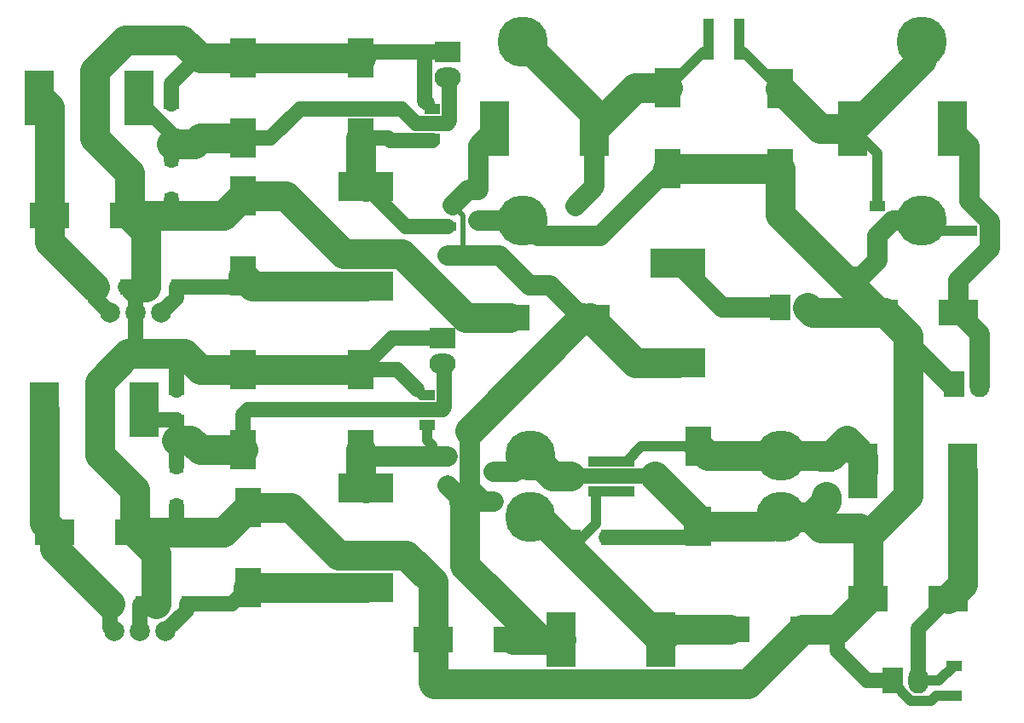
<source format=gbr>
G04 #@! TF.GenerationSoftware,KiCad,Pcbnew,5.0.2-bee76a0~70~ubuntu18.04.1*
G04 #@! TF.CreationDate,2020-04-04T11:55:18+02:00*
G04 #@! TF.ProjectId,test_box,74657374-5f62-46f7-982e-6b696361645f,rev?*
G04 #@! TF.SameCoordinates,PX734d940PY9157080*
G04 #@! TF.FileFunction,Copper,L1,Top*
G04 #@! TF.FilePolarity,Positive*
%FSLAX46Y46*%
G04 Gerber Fmt 4.6, Leading zero omitted, Abs format (unit mm)*
G04 Created by KiCad (PCBNEW 5.0.2-bee76a0~70~ubuntu18.04.1) date lör  4 apr 2020 11:55:18*
%MOMM*%
%LPD*%
G01*
G04 APERTURE LIST*
G04 #@! TA.AperFunction,SMDPad,CuDef*
%ADD10R,4.000000X2.500000*%
G04 #@! TD*
G04 #@! TA.AperFunction,SMDPad,CuDef*
%ADD11R,2.500000X4.000000*%
G04 #@! TD*
G04 #@! TA.AperFunction,SMDPad,CuDef*
%ADD12R,1.600000X1.000000*%
G04 #@! TD*
G04 #@! TA.AperFunction,SMDPad,CuDef*
%ADD13R,1.000000X1.600000*%
G04 #@! TD*
G04 #@! TA.AperFunction,SMDPad,CuDef*
%ADD14R,1.470000X1.270000*%
G04 #@! TD*
G04 #@! TA.AperFunction,SMDPad,CuDef*
%ADD15R,1.700000X0.900000*%
G04 #@! TD*
G04 #@! TA.AperFunction,SMDPad,CuDef*
%ADD16R,5.400040X2.900680*%
G04 #@! TD*
G04 #@! TA.AperFunction,SMDPad,CuDef*
%ADD17R,2.900680X5.400040*%
G04 #@! TD*
G04 #@! TA.AperFunction,BGAPad,CuDef*
%ADD18C,5.000000*%
G04 #@! TD*
G04 #@! TA.AperFunction,BGAPad,CuDef*
%ADD19C,2.000000*%
G04 #@! TD*
G04 #@! TA.AperFunction,ComponentPad*
%ADD20C,5.000000*%
G04 #@! TD*
G04 #@! TA.AperFunction,ComponentPad*
%ADD21O,2.000000X2.600000*%
G04 #@! TD*
G04 #@! TA.AperFunction,ComponentPad*
%ADD22R,2.000000X2.600000*%
G04 #@! TD*
G04 #@! TA.AperFunction,ComponentPad*
%ADD23O,2.600000X2.000000*%
G04 #@! TD*
G04 #@! TA.AperFunction,ComponentPad*
%ADD24R,2.600000X2.000000*%
G04 #@! TD*
G04 #@! TA.AperFunction,Conductor*
%ADD25C,2.000000*%
G04 #@! TD*
G04 #@! TA.AperFunction,Conductor*
%ADD26C,3.000000*%
G04 #@! TD*
G04 #@! TA.AperFunction,Conductor*
%ADD27C,0.500000*%
G04 #@! TD*
G04 #@! TA.AperFunction,Conductor*
%ADD28C,1.500000*%
G04 #@! TD*
G04 #@! TA.AperFunction,Conductor*
%ADD29C,1.000000*%
G04 #@! TD*
G04 APERTURE END LIST*
D10*
G04 #@! TO.P,C1,1*
G04 #@! TO.N,Net-(C1-Pad1)*
X48704000Y7112000D03*
G04 #@! TO.P,C1,2*
G04 #@! TO.N,GND*
X40704000Y7112000D03*
G04 #@! TD*
D11*
G04 #@! TO.P,C2,2*
G04 #@! TO.N,GND*
X33528000Y64960000D03*
G04 #@! TO.P,C2,1*
G04 #@! TO.N,Net-(C2-Pad1)*
X33528000Y56960000D03*
G04 #@! TD*
G04 #@! TO.P,C3,1*
G04 #@! TO.N,Net-(C3-Pad1)*
X33528000Y25972000D03*
G04 #@! TO.P,C3,2*
G04 #@! TO.N,GND*
X33528000Y33972000D03*
G04 #@! TD*
D10*
G04 #@! TO.P,C4,2*
G04 #@! TO.N,GND*
X48324000Y39116000D03*
G04 #@! TO.P,C4,1*
G04 #@! TO.N,Net-(C1-Pad1)*
X56324000Y39116000D03*
G04 #@! TD*
D12*
G04 #@! TO.P,C5,1*
G04 #@! TO.N,Net-(C1-Pad1)*
X46736000Y20828000D03*
G04 #@! TO.P,C5,2*
G04 #@! TO.N,GND*
X46736000Y23828000D03*
G04 #@! TD*
G04 #@! TO.P,C6,1*
G04 #@! TO.N,Net-(C2-Pad1)*
X40640000Y56920000D03*
G04 #@! TO.P,C6,2*
G04 #@! TO.N,GND*
X40640000Y59920000D03*
G04 #@! TD*
G04 #@! TO.P,C7,2*
G04 #@! TO.N,GND*
X40132000Y31472000D03*
G04 #@! TO.P,C7,1*
G04 #@! TO.N,Net-(C3-Pad1)*
X40132000Y28472000D03*
G04 #@! TD*
G04 #@! TO.P,C8,1*
G04 #@! TO.N,Net-(C1-Pad1)*
X45212000Y51816000D03*
G04 #@! TO.P,C8,2*
G04 #@! TO.N,GND*
X45212000Y48816000D03*
G04 #@! TD*
D10*
G04 #@! TO.P,C9,1*
G04 #@! TO.N,Net-(C13-Pad1)*
X70168000Y8128000D03*
G04 #@! TO.P,C9,2*
G04 #@! TO.N,GND*
X78168000Y8128000D03*
G04 #@! TD*
D11*
G04 #@! TO.P,C10,2*
G04 #@! TO.N,GND*
X21844000Y51244000D03*
G04 #@! TO.P,C10,1*
G04 #@! TO.N,Net-(C10-Pad1)*
X21844000Y43244000D03*
G04 #@! TD*
G04 #@! TO.P,C11,2*
G04 #@! TO.N,GND*
X22352000Y20256000D03*
G04 #@! TO.P,C11,1*
G04 #@! TO.N,Net-(C11-Pad1)*
X22352000Y12256000D03*
G04 #@! TD*
G04 #@! TO.P,C12,2*
G04 #@! TO.N,GND*
X64008000Y53975500D03*
G04 #@! TO.P,C12,1*
G04 #@! TO.N,Net-(C12-Pad1)*
X64008000Y61975500D03*
G04 #@! TD*
D13*
G04 #@! TO.P,C13,2*
G04 #@! TO.N,GND*
X57888000Y17272000D03*
G04 #@! TO.P,C13,1*
G04 #@! TO.N,Net-(C13-Pad1)*
X54888000Y17272000D03*
G04 #@! TD*
G04 #@! TO.P,C14,1*
G04 #@! TO.N,Net-(C10-Pad1)*
X15216000Y42164000D03*
G04 #@! TO.P,C14,2*
G04 #@! TO.N,GND*
X12216000Y42164000D03*
G04 #@! TD*
G04 #@! TO.P,C15,1*
G04 #@! TO.N,Net-(C11-Pad1)*
X16232000Y10668000D03*
G04 #@! TO.P,C15,2*
G04 #@! TO.N,GND*
X13232000Y10668000D03*
G04 #@! TD*
D12*
G04 #@! TO.P,C16,1*
G04 #@! TO.N,Net-(C12-Pad1)*
X54864000Y50268000D03*
G04 #@! TO.P,C16,2*
G04 #@! TO.N,GND*
X54864000Y47268000D03*
G04 #@! TD*
G04 #@! TO.P,C17,2*
G04 #@! TO.N,Net-(C13-Pad1)*
X56896000Y21868000D03*
G04 #@! TO.P,C17,1*
G04 #@! TO.N,Net-(C17-Pad1)*
X56896000Y24868000D03*
G04 #@! TD*
G04 #@! TO.P,C18,2*
G04 #@! TO.N,Net-(C13-Pad1)*
X59944000Y21868000D03*
G04 #@! TO.P,C18,1*
G04 #@! TO.N,Net-(C17-Pad1)*
X59944000Y24868000D03*
G04 #@! TD*
D13*
G04 #@! TO.P,C19,2*
G04 #@! TO.N,Net-(C12-Pad1)*
X68096000Y68072000D03*
G04 #@! TO.P,C19,1*
G04 #@! TO.N,Net-(C19-Pad1)*
X71096000Y68072000D03*
G04 #@! TD*
G04 #@! TO.P,C20,1*
G04 #@! TO.N,Net-(C19-Pad1)*
X71096000Y65532000D03*
G04 #@! TO.P,C20,2*
G04 #@! TO.N,Net-(C12-Pad1)*
X68096000Y65532000D03*
G04 #@! TD*
D12*
G04 #@! TO.P,C21,1*
G04 #@! TO.N,Net-(C17-Pad1)*
X79756000Y24360000D03*
G04 #@! TO.P,C21,2*
G04 #@! TO.N,GND*
X79756000Y21360000D03*
G04 #@! TD*
D13*
G04 #@! TO.P,C22,1*
G04 #@! TO.N,Net-(C22-Pad1)*
X7136000Y42164000D03*
G04 #@! TO.P,C22,2*
G04 #@! TO.N,GND*
X10136000Y42164000D03*
G04 #@! TD*
G04 #@! TO.P,C23,2*
G04 #@! TO.N,GND*
X11660000Y10668000D03*
G04 #@! TO.P,C23,1*
G04 #@! TO.N,Net-(C23-Pad1)*
X8660000Y10668000D03*
G04 #@! TD*
D12*
G04 #@! TO.P,C24,2*
G04 #@! TO.N,GND*
X84836000Y47268000D03*
G04 #@! TO.P,C24,1*
G04 #@! TO.N,Net-(C19-Pad1)*
X84836000Y50268000D03*
G04 #@! TD*
D11*
G04 #@! TO.P,C25,2*
G04 #@! TO.N,GND*
X67056000Y18352000D03*
G04 #@! TO.P,C25,1*
G04 #@! TO.N,Net-(C17-Pad1)*
X67056000Y26352000D03*
G04 #@! TD*
D10*
G04 #@! TO.P,C26,1*
G04 #@! TO.N,Net-(C22-Pad1)*
X2604000Y49276000D03*
G04 #@! TO.P,C26,2*
G04 #@! TO.N,GND*
X10604000Y49276000D03*
G04 #@! TD*
G04 #@! TO.P,C27,1*
G04 #@! TO.N,Net-(C23-Pad1)*
X3112000Y17780000D03*
G04 #@! TO.P,C27,2*
G04 #@! TO.N,GND*
X11112000Y17780000D03*
G04 #@! TD*
D11*
G04 #@! TO.P,C28,2*
G04 #@! TO.N,GND*
X75184000Y53912000D03*
G04 #@! TO.P,C28,1*
G04 #@! TO.N,Net-(C19-Pad1)*
X75184000Y61912000D03*
G04 #@! TD*
D12*
G04 #@! TO.P,C29,2*
G04 #@! TO.N,GND*
X92456000Y1548000D03*
G04 #@! TO.P,C29,1*
G04 #@! TO.N,Net-(C29-Pad1)*
X92456000Y4548000D03*
G04 #@! TD*
G04 #@! TO.P,C30,2*
G04 #@! TO.N,GND*
X14732000Y60428000D03*
G04 #@! TO.P,C30,1*
G04 #@! TO.N,Net-(C30-Pad1)*
X14732000Y57428000D03*
G04 #@! TD*
G04 #@! TO.P,C31,1*
G04 #@! TO.N,Net-(C31-Pad1)*
X15240000Y28980000D03*
G04 #@! TO.P,C31,2*
G04 #@! TO.N,GND*
X15240000Y31980000D03*
G04 #@! TD*
G04 #@! TO.P,C32,2*
G04 #@! TO.N,GND*
X93980000Y47776000D03*
G04 #@! TO.P,C32,1*
G04 #@! TO.N,Net-(C32-Pad1)*
X93980000Y50776000D03*
G04 #@! TD*
D10*
G04 #@! TO.P,C33,2*
G04 #@! TO.N,GND*
X83884000Y11176000D03*
G04 #@! TO.P,C33,1*
G04 #@! TO.N,Net-(C29-Pad1)*
X91884000Y11176000D03*
G04 #@! TD*
D11*
G04 #@! TO.P,C34,1*
G04 #@! TO.N,Net-(C30-Pad1)*
X21844000Y56960000D03*
G04 #@! TO.P,C34,2*
G04 #@! TO.N,GND*
X21844000Y64960000D03*
G04 #@! TD*
G04 #@! TO.P,C35,2*
G04 #@! TO.N,GND*
X21844000Y33972000D03*
G04 #@! TO.P,C35,1*
G04 #@! TO.N,Net-(C31-Pad1)*
X21844000Y25972000D03*
G04 #@! TD*
D10*
G04 #@! TO.P,C36,1*
G04 #@! TO.N,Net-(C32-Pad1)*
X92900000Y39624000D03*
G04 #@! TO.P,C36,2*
G04 #@! TO.N,GND*
X84900000Y39624000D03*
G04 #@! TD*
D14*
G04 #@! TO.P,D1,1*
G04 #@! TO.N,GND*
X14732000Y50897000D03*
G04 #@! TO.P,D1,2*
G04 #@! TO.N,Net-(C30-Pad1)*
X14732000Y54767000D03*
G04 #@! TD*
G04 #@! TO.P,D2,2*
G04 #@! TO.N,Net-(C31-Pad1)*
X15240000Y24287000D03*
G04 #@! TO.P,D2,1*
G04 #@! TO.N,GND*
X15240000Y20417000D03*
G04 #@! TD*
D15*
G04 #@! TO.P,F1,2*
G04 #@! TO.N,Net-(C1-Pad1)*
X42164000Y45286000D03*
G04 #@! TO.P,F1,1*
G04 #@! TO.N,Net-(C2-Pad1)*
X42164000Y48186000D03*
G04 #@! TD*
G04 #@! TO.P,F2,1*
G04 #@! TO.N,Net-(C3-Pad1)*
X42164000Y25326000D03*
G04 #@! TO.P,F2,2*
G04 #@! TO.N,Net-(C1-Pad1)*
X42164000Y22426000D03*
G04 #@! TD*
D16*
G04 #@! TO.P,L1,1*
G04 #@! TO.N,Net-(C1-Pad1)*
X65024000Y34673540D03*
G04 #@! TO.P,L1,2*
G04 #@! TO.N,Net-(J1-Pad1)*
X65024000Y44574460D03*
G04 #@! TD*
D17*
G04 #@! TO.P,L2,1*
G04 #@! TO.N,Net-(C13-Pad1)*
X63370460Y7112000D03*
G04 #@! TO.P,L2,2*
G04 #@! TO.N,Net-(C1-Pad1)*
X53469540Y7112000D03*
G04 #@! TD*
D16*
G04 #@! TO.P,L3,2*
G04 #@! TO.N,Net-(C2-Pad1)*
X34036000Y52194460D03*
G04 #@! TO.P,L3,1*
G04 #@! TO.N,Net-(C10-Pad1)*
X34036000Y42293540D03*
G04 #@! TD*
G04 #@! TO.P,L4,2*
G04 #@! TO.N,Net-(C3-Pad1)*
X34036000Y22222460D03*
G04 #@! TO.P,L4,1*
G04 #@! TO.N,Net-(C11-Pad1)*
X34036000Y12321540D03*
G04 #@! TD*
D17*
G04 #@! TO.P,L5,1*
G04 #@! TO.N,Net-(C12-Pad1)*
X56766460Y57912000D03*
G04 #@! TO.P,L5,2*
G04 #@! TO.N,Net-(C1-Pad1)*
X46865540Y57912000D03*
G04 #@! TD*
G04 #@! TO.P,L6,2*
G04 #@! TO.N,Net-(C17-Pad1)*
X83441540Y23876000D03*
G04 #@! TO.P,L6,1*
G04 #@! TO.N,Net-(C29-Pad1)*
X93342460Y23876000D03*
G04 #@! TD*
G04 #@! TO.P,L7,1*
G04 #@! TO.N,Net-(C30-Pad1)*
X11554460Y60960000D03*
G04 #@! TO.P,L7,2*
G04 #@! TO.N,Net-(C22-Pad1)*
X1653540Y60960000D03*
G04 #@! TD*
G04 #@! TO.P,L8,1*
G04 #@! TO.N,Net-(C31-Pad1)*
X12062460Y29972000D03*
G04 #@! TO.P,L8,2*
G04 #@! TO.N,Net-(C23-Pad1)*
X2161540Y29972000D03*
G04 #@! TD*
G04 #@! TO.P,L9,2*
G04 #@! TO.N,Net-(C19-Pad1)*
X82425540Y57912000D03*
G04 #@! TO.P,L9,1*
G04 #@! TO.N,Net-(C32-Pad1)*
X92326460Y57912000D03*
G04 #@! TD*
D18*
G04 #@! TO.P,U1,1*
G04 #@! TO.N,GND*
X50419000Y25400000D03*
G04 #@! TO.P,U1,2*
G04 #@! TO.N,Net-(C13-Pad1)*
X50419000Y19304000D03*
G04 #@! TO.P,U1,3*
G04 #@! TO.N,GND*
X75311000Y19304000D03*
G04 #@! TO.P,U1,4*
G04 #@! TO.N,Net-(C17-Pad1)*
X75311000Y25400000D03*
G04 #@! TD*
D19*
G04 #@! TO.P,U2,1*
G04 #@! TO.N,Net-(C10-Pad1)*
X13716000Y39624000D03*
G04 #@! TO.P,U2,2*
G04 #@! TO.N,GND*
X11176000Y39624000D03*
G04 #@! TO.P,U2,3*
G04 #@! TO.N,Net-(C22-Pad1)*
X8636000Y39624000D03*
G04 #@! TD*
G04 #@! TO.P,U3,3*
G04 #@! TO.N,Net-(C23-Pad1)*
X9080500Y7937500D03*
G04 #@! TO.P,U3,2*
G04 #@! TO.N,GND*
X11620500Y7937500D03*
G04 #@! TO.P,U3,1*
G04 #@! TO.N,Net-(C11-Pad1)*
X14160500Y7937500D03*
G04 #@! TD*
D20*
G04 #@! TO.P,U4,1*
G04 #@! TO.N,GND*
X49657000Y48768000D03*
G04 #@! TO.P,U4,2*
G04 #@! TO.N,Net-(C12-Pad1)*
X49657000Y66548000D03*
G04 #@! TO.P,U4,3*
G04 #@! TO.N,GND*
X89281000Y48768000D03*
G04 #@! TO.P,U4,4*
G04 #@! TO.N,Net-(C19-Pad1)*
X89281000Y66548000D03*
G04 #@! TD*
D21*
G04 #@! TO.P,J1,2*
G04 #@! TO.N,GND*
X77724000Y40132000D03*
D22*
G04 #@! TO.P,J1,1*
G04 #@! TO.N,Net-(J1-Pad1)*
X75184000Y40132000D03*
G04 #@! TD*
G04 #@! TO.P,J2,1*
G04 #@! TO.N,GND*
X86360000Y3048000D03*
D21*
G04 #@! TO.P,J2,2*
G04 #@! TO.N,Net-(C29-Pad1)*
X88900000Y3048000D03*
G04 #@! TD*
D23*
G04 #@! TO.P,J3,2*
G04 #@! TO.N,Net-(C30-Pad1)*
X42164000Y62992000D03*
D24*
G04 #@! TO.P,J3,1*
G04 #@! TO.N,GND*
X42164000Y65532000D03*
G04 #@! TD*
D21*
G04 #@! TO.P,J4,2*
G04 #@! TO.N,Net-(C32-Pad1)*
X94996000Y32512000D03*
D22*
G04 #@! TO.P,J4,1*
G04 #@! TO.N,GND*
X92456000Y32512000D03*
G04 #@! TD*
D24*
G04 #@! TO.P,J5,1*
G04 #@! TO.N,GND*
X41656000Y37084000D03*
D23*
G04 #@! TO.P,J5,2*
G04 #@! TO.N,Net-(C31-Pad1)*
X41656000Y34544000D03*
G04 #@! TD*
D25*
G04 #@! TO.N,Net-(C1-Pad1)*
X43762000Y20828000D02*
X42164000Y22426000D01*
D26*
X48704000Y7112000D02*
X51308000Y7112000D01*
X51308000Y7112000D02*
X53469540Y7112000D01*
D25*
X44364010Y22183990D02*
X44364010Y27906010D01*
X45720000Y20828000D02*
X44364010Y22183990D01*
X45720000Y20828000D02*
X43762000Y20828000D01*
X46736000Y20828000D02*
X45720000Y20828000D01*
D26*
X60766460Y34673540D02*
X56324000Y39116000D01*
X65024000Y34673540D02*
X60766460Y34673540D01*
X55574000Y39116000D02*
X44364010Y27906010D01*
X43904010Y14515990D02*
X51308000Y7112000D01*
X43904010Y20685990D02*
X43904010Y14515990D01*
X43762000Y20828000D02*
X43904010Y20685990D01*
D25*
X55574000Y39116000D02*
X56324000Y39116000D01*
X50306001Y42366000D02*
X52324000Y42366000D01*
X52324000Y42366000D02*
X55574000Y39116000D01*
X47386001Y45286000D02*
X50306001Y42366000D01*
D27*
X43688000Y45286000D02*
X43688000Y49276000D01*
D25*
X43688000Y45286000D02*
X47386001Y45286000D01*
X42164000Y45286000D02*
X43688000Y45286000D01*
D27*
X43688000Y49276000D02*
X42672000Y50292000D01*
D25*
X44196000Y51816000D02*
X42672000Y50292000D01*
X45212000Y51816000D02*
X44196000Y51816000D01*
X45212000Y56258460D02*
X46865540Y57912000D01*
X45212000Y51816000D02*
X45212000Y56258460D01*
D26*
G04 #@! TO.N,GND*
X33528000Y64960000D02*
X21844000Y64960000D01*
X19876000Y49276000D02*
X21844000Y51244000D01*
X21844000Y33972000D02*
X33528000Y33972000D01*
X19876000Y17780000D02*
X22352000Y20256000D01*
D28*
X13232000Y10668000D02*
X12192000Y10668000D01*
X12216000Y42164000D02*
X10136000Y42164000D01*
X11176000Y41124000D02*
X10136000Y42164000D01*
X11176000Y39624000D02*
X11176000Y41124000D01*
X11620500Y10628500D02*
X11660000Y10668000D01*
X11620500Y7937500D02*
X11620500Y10628500D01*
D26*
X13232000Y15660000D02*
X11112000Y17780000D01*
X13232000Y10668000D02*
X13232000Y15660000D01*
X12216000Y47664000D02*
X10604000Y49276000D01*
X12216000Y42164000D02*
X12216000Y47664000D01*
D28*
X14732000Y50897000D02*
X14732000Y49276000D01*
D26*
X10604000Y49276000D02*
X14732000Y49276000D01*
X14732000Y49276000D02*
X19876000Y49276000D01*
D28*
X14738000Y17780000D02*
X14732000Y17780000D01*
X15240000Y18282000D02*
X14738000Y17780000D01*
X15240000Y20417000D02*
X15240000Y18282000D01*
D26*
X11112000Y17780000D02*
X14732000Y17780000D01*
X14732000Y17780000D02*
X19876000Y17780000D01*
X10604000Y53526000D02*
X7112000Y57018000D01*
X10604000Y49276000D02*
X10604000Y53526000D01*
X7112000Y63727902D02*
X10160000Y66775902D01*
X7112000Y57018000D02*
X7112000Y63727902D01*
X17594000Y64960000D02*
X21844000Y64960000D01*
X15778098Y66775902D02*
X17594000Y64960000D01*
X10160000Y66775902D02*
X15778098Y66775902D01*
X11112000Y22030000D02*
X7620000Y25522000D01*
X11112000Y17780000D02*
X11112000Y22030000D01*
X7620000Y32739902D02*
X10440098Y35560000D01*
X7620000Y25522000D02*
X7620000Y32739902D01*
X17594000Y33972000D02*
X21844000Y33972000D01*
X16006000Y35560000D02*
X17594000Y33972000D01*
D28*
X11176000Y36295902D02*
X10440098Y35560000D01*
X11176000Y39624000D02*
X11176000Y36295902D01*
X15240000Y31980000D02*
X15240000Y35560000D01*
D26*
X10440098Y35560000D02*
X15240000Y35560000D01*
X15240000Y35560000D02*
X16006000Y35560000D01*
D28*
X14732000Y62428000D02*
X17264000Y64960000D01*
X17264000Y64960000D02*
X17594000Y64960000D01*
X14732000Y60428000D02*
X14732000Y62428000D01*
X34100000Y65532000D02*
X33528000Y64960000D01*
D29*
X40640000Y59920000D02*
X40640000Y59944000D01*
X40640000Y59944000D02*
X40132000Y60452000D01*
D28*
X39913990Y65242010D02*
X39624000Y65532000D01*
X39913990Y60670010D02*
X39913990Y65242010D01*
X40132000Y60452000D02*
X39913990Y60670010D01*
X42164000Y65532000D02*
X39624000Y65532000D01*
X39624000Y65532000D02*
X34100000Y65532000D01*
X36640000Y37084000D02*
X33528000Y33972000D01*
X41656000Y37084000D02*
X36640000Y37084000D01*
D29*
X40132000Y31472000D02*
X39648000Y31472000D01*
X39648000Y31472000D02*
X39116000Y32004000D01*
D28*
X37148000Y33972000D02*
X33528000Y33972000D01*
X39116000Y32004000D02*
X37148000Y33972000D01*
D26*
X43973998Y39116000D02*
X48324000Y39116000D01*
X37596448Y45493550D02*
X43973998Y39116000D01*
X31844450Y45493550D02*
X37596448Y45493550D01*
X26094000Y51244000D02*
X31844450Y45493550D01*
X21844000Y51244000D02*
X26094000Y51244000D01*
X40704000Y11362000D02*
X40704000Y7112000D01*
X31336450Y15521550D02*
X38046352Y15521550D01*
X26602000Y20256000D02*
X31336450Y15521550D01*
X40704000Y12863902D02*
X40704000Y11362000D01*
X38046352Y15521550D02*
X40704000Y12863902D01*
X22352000Y20256000D02*
X26602000Y20256000D01*
X74359000Y18352000D02*
X75311000Y19304000D01*
X67056000Y18352000D02*
X74359000Y18352000D01*
X80836000Y8128000D02*
X83884000Y11176000D01*
X78168000Y8128000D02*
X80836000Y8128000D01*
X78392001Y39624000D02*
X77884001Y40132000D01*
X84900000Y39624000D02*
X78392001Y39624000D01*
X75120500Y53975500D02*
X75184000Y53912000D01*
X64008000Y53975500D02*
X75120500Y53975500D01*
X50539002Y25400000D02*
X52571002Y23368000D01*
X50419000Y25400000D02*
X50539002Y25400000D01*
X52571002Y23368000D02*
X54395999Y23368000D01*
X67056000Y19102000D02*
X62790000Y23368000D01*
X67056000Y18352000D02*
X67056000Y19102000D01*
D28*
X54395999Y23368000D02*
X62790000Y23368000D01*
X65976000Y17272000D02*
X67056000Y18352000D01*
X57888000Y17272000D02*
X65976000Y17272000D01*
X80836000Y6072000D02*
X80836000Y8128000D01*
X83860000Y3048000D02*
X80836000Y6072000D01*
X86360000Y3048000D02*
X83860000Y3048000D01*
D26*
X78208000Y19304000D02*
X79248000Y18264000D01*
X75311000Y19304000D02*
X78208000Y19304000D01*
X83884000Y17428000D02*
X83048000Y18264000D01*
X83048000Y18264000D02*
X79248000Y18264000D01*
X83884000Y11176000D02*
X83884000Y17428000D01*
X79756000Y20852000D02*
X78208000Y19304000D01*
X79756000Y21360000D02*
X79756000Y20852000D01*
D29*
X86360000Y2883823D02*
X86360000Y3048000D01*
X90155990Y1047990D02*
X88195833Y1047990D01*
X90656000Y1548000D02*
X90155990Y1047990D01*
X88195833Y1047990D02*
X86360000Y2883823D01*
X92456000Y1548000D02*
X90656000Y1548000D01*
D25*
X48847000Y23828000D02*
X50419000Y25400000D01*
X46736000Y23828000D02*
X48847000Y23828000D01*
D26*
X75184000Y53912000D02*
X75184000Y49340000D01*
D25*
X92012000Y32512000D02*
X84900000Y39624000D01*
X92456000Y32512000D02*
X92012000Y32512000D01*
X86336000Y48768000D02*
X84836000Y47268000D01*
X89281000Y48768000D02*
X86336000Y48768000D01*
X83248000Y43180000D02*
X81344000Y43180000D01*
X84836000Y44768000D02*
X83248000Y43180000D01*
D26*
X75184000Y49340000D02*
X81344000Y43180000D01*
D25*
X84836000Y47268000D02*
X84836000Y44768000D01*
D26*
X81344000Y43180000D02*
X84900000Y39624000D01*
D29*
X90273000Y47776000D02*
X89281000Y48768000D01*
X93980000Y47776000D02*
X90273000Y47776000D01*
D25*
X51157000Y47268000D02*
X49657000Y48768000D01*
X54864000Y47268000D02*
X51157000Y47268000D01*
X49609000Y48816000D02*
X49657000Y48768000D01*
X45212000Y48816000D02*
X49609000Y48816000D01*
X57300500Y47268000D02*
X64008000Y53975500D01*
X54864000Y47268000D02*
X57300500Y47268000D01*
D26*
X85650000Y39624000D02*
X87884000Y37390000D01*
X84900000Y39624000D02*
X85650000Y39624000D01*
X87884000Y21428000D02*
X83884000Y17428000D01*
X87884000Y37390000D02*
X87884000Y21428000D01*
X77418000Y8128000D02*
X78168000Y8128000D01*
X40704000Y2862000D02*
X40854021Y2711979D01*
X72001979Y2711979D02*
X77418000Y8128000D01*
X40854021Y2711979D02*
X72001979Y2711979D01*
X40704000Y7112000D02*
X40704000Y2862000D01*
G04 #@! TO.N,Net-(C2-Pad1)*
X33528000Y52702460D02*
X34036000Y52194460D01*
X33528000Y56960000D02*
X33528000Y52702460D01*
D28*
X38375832Y56769989D02*
X40640000Y56769989D01*
X36468011Y56769989D02*
X38375832Y56769989D01*
X36278000Y56960000D02*
X36468011Y56769989D01*
X33528000Y56960000D02*
X36278000Y56960000D01*
X38044460Y48186000D02*
X34036000Y52194460D01*
X42164000Y48186000D02*
X38044460Y48186000D01*
D26*
G04 #@! TO.N,Net-(C3-Pad1)*
X33528000Y22730460D02*
X34036000Y22222460D01*
X33528000Y25972000D02*
X33528000Y22730460D01*
D25*
X34174000Y25326000D02*
X33528000Y25972000D01*
D29*
X40640000Y26464000D02*
X40640000Y25326000D01*
X40132000Y26972000D02*
X40640000Y26464000D01*
X40132000Y28472000D02*
X40132000Y26972000D01*
D25*
X42164000Y25326000D02*
X40640000Y25326000D01*
X40640000Y25326000D02*
X34174000Y25326000D01*
D26*
G04 #@! TO.N,Net-(C13-Pad1)*
X64386460Y8128000D02*
X63370460Y7112000D01*
X70168000Y8128000D02*
X64386460Y8128000D01*
X50419000Y19304000D02*
X51178460Y19304000D01*
D29*
X56896000Y21868000D02*
X59944000Y21868000D01*
X56896000Y18666460D02*
X54356000Y16126460D01*
D26*
X51178460Y19304000D02*
X54356000Y16126460D01*
D29*
X56896000Y21868000D02*
X56896000Y18666460D01*
D26*
X54356000Y16126460D02*
X63370460Y7112000D01*
G04 #@! TO.N,Net-(C10-Pad1)*
X22794460Y42293540D02*
X21844000Y43244000D01*
X34036000Y42293540D02*
X22794460Y42293540D01*
D28*
X15216000Y41124000D02*
X13716000Y39624000D01*
X15216000Y42164000D02*
X15216000Y41124000D01*
X20764000Y42164000D02*
X21844000Y43244000D01*
X15216000Y42164000D02*
X20764000Y42164000D01*
D26*
G04 #@! TO.N,Net-(C11-Pad1)*
X22417540Y12321540D02*
X22352000Y12256000D01*
X34036000Y12321540D02*
X22417540Y12321540D01*
D28*
X16232000Y10009000D02*
X14160500Y7937500D01*
X16232000Y10668000D02*
X16232000Y10009000D01*
X20764000Y10668000D02*
X22352000Y12256000D01*
X16232000Y10668000D02*
X20764000Y10668000D01*
D26*
G04 #@! TO.N,Net-(C12-Pad1)*
X56766460Y59438540D02*
X49657000Y66548000D01*
X56766460Y57912000D02*
X56766460Y59438540D01*
X60829960Y61975500D02*
X56766460Y57912000D01*
X64008000Y61975500D02*
X60829960Y61975500D01*
D29*
X68096000Y68072000D02*
X68096000Y65532000D01*
X67564500Y65532000D02*
X64008000Y61975500D01*
X68096000Y65532000D02*
X67564500Y65532000D01*
D25*
X56766460Y52170460D02*
X54864000Y50268000D01*
X56766460Y57912000D02*
X56766460Y52170460D01*
D29*
G04 #@! TO.N,Net-(C17-Pad1)*
X56896000Y24868000D02*
X59944000Y24868000D01*
X61428000Y26352000D02*
X67056000Y26352000D01*
X59944000Y24868000D02*
X61428000Y26352000D01*
D26*
X83441540Y23876000D02*
X83441540Y25270460D01*
X83441540Y25270460D02*
X81788000Y26924000D01*
X80264000Y25400000D02*
X75311000Y25400000D01*
X81788000Y26924000D02*
X80264000Y25400000D01*
X68008000Y25400000D02*
X67056000Y26352000D01*
X75311000Y25400000D02*
X68008000Y25400000D01*
G04 #@! TO.N,Net-(C19-Pad1)*
X89281000Y64767460D02*
X82425540Y57912000D01*
X89281000Y66548000D02*
X89281000Y64767460D01*
X79184000Y57912000D02*
X75184000Y61912000D01*
X82425540Y57912000D02*
X79184000Y57912000D01*
D29*
X84836000Y55501540D02*
X82425540Y57912000D01*
X84836000Y50268000D02*
X84836000Y55501540D01*
X71096000Y68072000D02*
X71096000Y65532000D01*
X71564000Y65532000D02*
X75184000Y61912000D01*
X71096000Y65532000D02*
X71564000Y65532000D01*
D26*
G04 #@! TO.N,Net-(C22-Pad1)*
X2604000Y60009540D02*
X1653540Y60960000D01*
X2604000Y49276000D02*
X2604000Y60009540D01*
D28*
X7136000Y41124000D02*
X8636000Y39624000D01*
X7136000Y42164000D02*
X7136000Y41124000D01*
D26*
X2604000Y46696000D02*
X7136000Y42164000D01*
X2604000Y49276000D02*
X2604000Y46696000D01*
D28*
G04 #@! TO.N,Net-(C23-Pad1)*
X8660000Y8358000D02*
X9080500Y7937500D01*
X8660000Y10668000D02*
X8660000Y8358000D01*
D26*
X2161540Y18730460D02*
X3112000Y17780000D01*
X2161540Y29972000D02*
X2161540Y18730460D01*
X3112000Y16216000D02*
X8660000Y10668000D01*
X3112000Y17780000D02*
X3112000Y16216000D01*
D28*
G04 #@! TO.N,Net-(C29-Pad1)*
X88900000Y8192000D02*
X91884000Y11176000D01*
X88900000Y3048000D02*
X88900000Y8192000D01*
D26*
X93342460Y12634460D02*
X91884000Y11176000D01*
X93342460Y23876000D02*
X93342460Y12634460D01*
D29*
X90956000Y3048000D02*
X92456000Y4548000D01*
X88900000Y3048000D02*
X90956000Y3048000D01*
D28*
G04 #@! TO.N,Net-(C30-Pad1)*
X11554460Y60605540D02*
X14732000Y57428000D01*
X11554460Y60960000D02*
X11554460Y60605540D01*
D26*
X17594000Y56960000D02*
X17022000Y56388000D01*
X17022000Y56388000D02*
X14732000Y56388000D01*
X21844000Y56960000D02*
X17594000Y56960000D01*
D28*
X14732000Y57428000D02*
X14732000Y56388000D01*
X14732000Y56388000D02*
X14732000Y54767000D01*
X42200001Y58469999D02*
X42390001Y58659999D01*
X39079999Y58469999D02*
X42200001Y58469999D01*
X27544001Y59910001D02*
X37639997Y59910001D01*
X21844000Y56960000D02*
X24594000Y56960000D01*
X37639997Y59910001D02*
X39079999Y58469999D01*
X24594000Y56960000D02*
X27544001Y59910001D01*
X42390001Y62765999D02*
X42164000Y62992000D01*
X42390001Y58659999D02*
X42390001Y62765999D01*
D26*
G04 #@! TO.N,Net-(C31-Pad1)*
X16642000Y26924000D02*
X15240000Y26924000D01*
X17594000Y25972000D02*
X16642000Y26924000D01*
X21844000Y25972000D02*
X17594000Y25972000D01*
D28*
X15240000Y28980000D02*
X15240000Y26924000D01*
X15240000Y26924000D02*
X15240000Y24287000D01*
X13054460Y28980000D02*
X12062460Y29972000D01*
X15240000Y28980000D02*
X13054460Y28980000D01*
X41692001Y30021999D02*
X41882001Y30211999D01*
X22393999Y30021999D02*
X41692001Y30021999D01*
X21844000Y25972000D02*
X21844000Y29472000D01*
X21844000Y29472000D02*
X22393999Y30021999D01*
X41882001Y34317999D02*
X41656000Y34544000D01*
X41882001Y30211999D02*
X41882001Y34317999D01*
D25*
G04 #@! TO.N,Net-(C32-Pad1)*
X94996000Y37528000D02*
X92900000Y39624000D01*
X94996000Y32512000D02*
X94996000Y37528000D01*
X92900000Y42874000D02*
X96012000Y45986000D01*
X92900000Y39624000D02*
X92900000Y42874000D01*
X96012000Y48744000D02*
X93980000Y50776000D01*
X96012000Y45986000D02*
X96012000Y48744000D01*
X93980000Y56258460D02*
X92326460Y57912000D01*
X93980000Y50776000D02*
X93980000Y56258460D01*
G04 #@! TO.N,Net-(J1-Pad1)*
X69466460Y40132000D02*
X65024000Y44574460D01*
X75184000Y40132000D02*
X69466460Y40132000D01*
G04 #@! TD*
M02*

</source>
